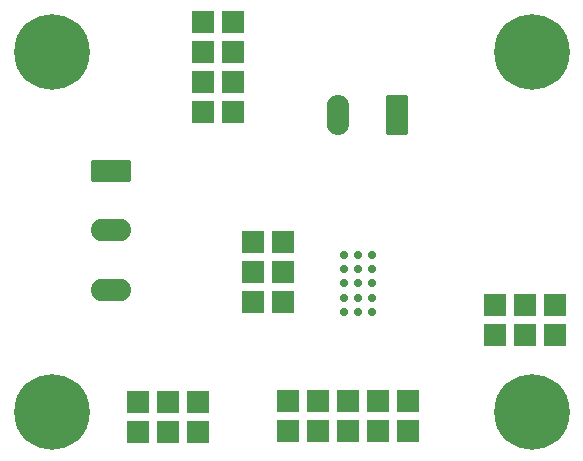
<source format=gbr>
%TF.GenerationSoftware,KiCad,Pcbnew,7.0.5.1-1-g8f565ef7f0-dirty-deb11*%
%TF.CreationDate,2023-07-05T15:04:07+00:00*%
%TF.ProjectId,DRV10987V01,44525631-3039-4383-9756-30312e6b6963,01A*%
%TF.SameCoordinates,Original*%
%TF.FileFunction,Soldermask,Top*%
%TF.FilePolarity,Negative*%
%FSLAX46Y46*%
G04 Gerber Fmt 4.6, Leading zero omitted, Abs format (unit mm)*
G04 Created by KiCad (PCBNEW 7.0.5.1-1-g8f565ef7f0-dirty-deb11) date 2023-07-05 15:04:07*
%MOMM*%
%LPD*%
G01*
G04 APERTURE LIST*
G04 Aperture macros list*
%AMRoundRect*
0 Rectangle with rounded corners*
0 $1 Rounding radius*
0 $2 $3 $4 $5 $6 $7 $8 $9 X,Y pos of 4 corners*
0 Add a 4 corners polygon primitive as box body*
4,1,4,$2,$3,$4,$5,$6,$7,$8,$9,$2,$3,0*
0 Add four circle primitives for the rounded corners*
1,1,$1+$1,$2,$3*
1,1,$1+$1,$4,$5*
1,1,$1+$1,$6,$7*
1,1,$1+$1,$8,$9*
0 Add four rect primitives between the rounded corners*
20,1,$1+$1,$2,$3,$4,$5,0*
20,1,$1+$1,$4,$5,$6,$7,0*
20,1,$1+$1,$6,$7,$8,$9,0*
20,1,$1+$1,$8,$9,$2,$3,0*%
G04 Aperture macros list end*
%ADD10C,6.400000*%
%ADD11RoundRect,0.200000X0.750000X1.500000X-0.750000X1.500000X-0.750000X-1.500000X0.750000X-1.500000X0*%
%ADD12O,1.900000X3.400000*%
%ADD13RoundRect,0.200000X0.762000X-0.762000X0.762000X0.762000X-0.762000X0.762000X-0.762000X-0.762000X0*%
%ADD14RoundRect,0.200000X-1.500000X0.750000X-1.500000X-0.750000X1.500000X-0.750000X1.500000X0.750000X0*%
%ADD15O,3.400000X1.900000*%
%ADD16RoundRect,0.200000X0.762000X0.762000X-0.762000X0.762000X-0.762000X-0.762000X0.762000X-0.762000X0*%
%ADD17RoundRect,0.200000X-0.762000X-0.762000X0.762000X-0.762000X0.762000X0.762000X-0.762000X0.762000X0*%
%ADD18C,0.700000*%
G04 APERTURE END LIST*
D10*
%TO.C,M2*%
X7400000Y40640000D03*
%TD*%
D11*
%TO.C,J11*%
X36650000Y35350000D03*
D12*
X31650000Y35350000D03*
%TD*%
D10*
%TO.C,M4*%
X7400000Y10160000D03*
%TD*%
D13*
%TO.C,J10*%
X44975000Y16700000D03*
X44975000Y19240000D03*
X47515000Y16700000D03*
X47515000Y19240000D03*
X50055000Y16700000D03*
X50055000Y19240000D03*
%TD*%
D10*
%TO.C,M3*%
X48040000Y10160000D03*
%TD*%
D13*
%TO.C,J2*%
X27400000Y8536250D03*
X27400000Y11076250D03*
X29940000Y8536250D03*
X29940000Y11076250D03*
X32480000Y8536250D03*
X32480000Y11076250D03*
X35020000Y8536250D03*
X35020000Y11076250D03*
X37560000Y8536250D03*
X37560000Y11076250D03*
%TD*%
D10*
%TO.C,M1*%
X48040000Y40640000D03*
%TD*%
D13*
%TO.C,J5*%
X14720000Y8525000D03*
X14720000Y11065000D03*
X17260000Y8525000D03*
X17260000Y11065000D03*
X19800000Y8525000D03*
X19800000Y11065000D03*
%TD*%
D14*
%TO.C,J12*%
X12425000Y30550000D03*
D15*
X12425000Y25550000D03*
X12425000Y20550000D03*
%TD*%
D16*
%TO.C,J6*%
X26965000Y19500000D03*
X24425000Y19500000D03*
X26965000Y22040000D03*
X24425000Y22040000D03*
X26965000Y24580000D03*
X24425000Y24580000D03*
%TD*%
D17*
%TO.C,J3*%
X20200000Y43180000D03*
X22740000Y43180000D03*
X20200000Y40640000D03*
X22740000Y40640000D03*
X20200000Y38100000D03*
X22740000Y38100000D03*
X20200000Y35560000D03*
X22740000Y35560000D03*
%TD*%
D18*
%TO.C,IC1*%
X34507500Y18660000D03*
X34507500Y19860000D03*
X34507500Y21060000D03*
X34507500Y22260000D03*
X34507500Y23460000D03*
X33307500Y18660000D03*
X33307500Y19860000D03*
X33307500Y21060000D03*
X33307500Y22260000D03*
X33307500Y23460000D03*
X32107500Y18660000D03*
X32107500Y19860000D03*
X32107500Y21060000D03*
X32107500Y22260000D03*
X32107500Y23460000D03*
%TD*%
M02*

</source>
